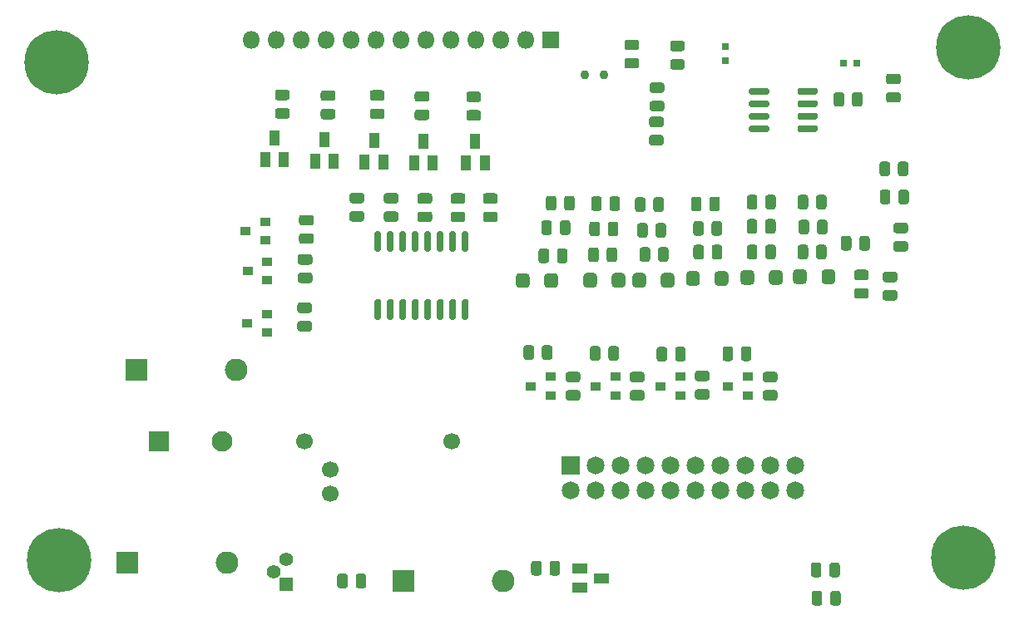
<source format=gbr>
G04 #@! TF.GenerationSoftware,KiCad,Pcbnew,(5.1.6-0-10_14)*
G04 #@! TF.CreationDate,2020-09-03T14:47:54-04:00*
G04 #@! TF.ProjectId,Pufferfish-Interface-2,50756666-6572-4666-9973-682d496e7465,rev?*
G04 #@! TF.SameCoordinates,Original*
G04 #@! TF.FileFunction,Soldermask,Top*
G04 #@! TF.FilePolarity,Negative*
%FSLAX46Y46*%
G04 Gerber Fmt 4.6, Leading zero omitted, Abs format (unit mm)*
G04 Created by KiCad (PCBNEW (5.1.6-0-10_14)) date 2020-09-03 14:47:54*
%MOMM*%
%LPD*%
G01*
G04 APERTURE LIST*
%ADD10C,6.553200*%
%ADD11O,1.800000X1.800000*%
%ADD12R,1.800000X1.800000*%
%ADD13O,2.300000X2.300000*%
%ADD14R,2.300000X2.300000*%
%ADD15R,2.100000X2.100000*%
%ADD16C,2.100000*%
%ADD17C,0.927800*%
%ADD18R,1.100000X1.500000*%
%ADD19R,1.400000X1.400000*%
%ADD20C,1.400000*%
%ADD21R,0.700000X0.800000*%
%ADD22R,0.800000X0.700000*%
%ADD23C,1.825000*%
%ADD24R,1.825000X1.825000*%
%ADD25R,1.500000X1.100000*%
%ADD26R,1.000000X0.900000*%
%ADD27C,1.700000*%
G04 APERTURE END LIST*
D10*
X75500000Y-51250000D03*
X76000000Y750000D03*
X-16500000Y-51500000D03*
X-16750000Y-750000D03*
D11*
X3020000Y1500000D03*
X5560000Y1500000D03*
X8100000Y1500000D03*
X10640000Y1500000D03*
X13180000Y1500000D03*
X15720000Y1500000D03*
X18260000Y1500000D03*
X20800000Y1500000D03*
X23340000Y1500000D03*
X25880000Y1500000D03*
X28420000Y1500000D03*
X30960000Y1500000D03*
D12*
X33500000Y1500000D03*
D13*
X645380Y-51745980D03*
D14*
X-9514620Y-51745980D03*
G36*
G01*
X36850000Y-23400000D02*
X36850000Y-22600000D01*
G75*
G02*
X37200000Y-22250000I350000J0D01*
G01*
X37900000Y-22250000D01*
G75*
G02*
X38250000Y-22600000I0J-350000D01*
G01*
X38250000Y-23400000D01*
G75*
G02*
X37900000Y-23750000I-350000J0D01*
G01*
X37200000Y-23750000D01*
G75*
G02*
X36850000Y-23400000I0J350000D01*
G01*
G37*
G36*
G01*
X39750000Y-23400000D02*
X39750000Y-22600000D01*
G75*
G02*
X40100000Y-22250000I350000J0D01*
G01*
X40800000Y-22250000D01*
G75*
G02*
X41150000Y-22600000I0J-350000D01*
G01*
X41150000Y-23400000D01*
G75*
G02*
X40800000Y-23750000I-350000J0D01*
G01*
X40100000Y-23750000D01*
G75*
G02*
X39750000Y-23400000I0J350000D01*
G01*
G37*
G36*
G01*
X39230000Y-20871250D02*
X39230000Y-19908750D01*
G75*
G02*
X39498750Y-19640000I268750J0D01*
G01*
X40036250Y-19640000D01*
G75*
G02*
X40305000Y-19908750I0J-268750D01*
G01*
X40305000Y-20871250D01*
G75*
G02*
X40036250Y-21140000I-268750J0D01*
G01*
X39498750Y-21140000D01*
G75*
G02*
X39230000Y-20871250I0J268750D01*
G01*
G37*
G36*
G01*
X37355000Y-20871250D02*
X37355000Y-19908750D01*
G75*
G02*
X37623750Y-19640000I268750J0D01*
G01*
X38161250Y-19640000D01*
G75*
G02*
X38430000Y-19908750I0J-268750D01*
G01*
X38430000Y-20871250D01*
G75*
G02*
X38161250Y-21140000I-268750J0D01*
G01*
X37623750Y-21140000D01*
G75*
G02*
X37355000Y-20871250I0J268750D01*
G01*
G37*
G36*
G01*
X38550000Y-17278750D02*
X38550000Y-18241250D01*
G75*
G02*
X38281250Y-18510000I-268750J0D01*
G01*
X37743750Y-18510000D01*
G75*
G02*
X37475000Y-18241250I0J268750D01*
G01*
X37475000Y-17278750D01*
G75*
G02*
X37743750Y-17010000I268750J0D01*
G01*
X38281250Y-17010000D01*
G75*
G02*
X38550000Y-17278750I0J-268750D01*
G01*
G37*
G36*
G01*
X40425000Y-17278750D02*
X40425000Y-18241250D01*
G75*
G02*
X40156250Y-18510000I-268750J0D01*
G01*
X39618750Y-18510000D01*
G75*
G02*
X39350000Y-18241250I0J268750D01*
G01*
X39350000Y-17278750D01*
G75*
G02*
X39618750Y-17010000I268750J0D01*
G01*
X40156250Y-17010000D01*
G75*
G02*
X40425000Y-17278750I0J-268750D01*
G01*
G37*
G36*
G01*
X39528700Y-15665370D02*
X39528700Y-14702870D01*
G75*
G02*
X39797450Y-14434120I268750J0D01*
G01*
X40334950Y-14434120D01*
G75*
G02*
X40603700Y-14702870I0J-268750D01*
G01*
X40603700Y-15665370D01*
G75*
G02*
X40334950Y-15934120I-268750J0D01*
G01*
X39797450Y-15934120D01*
G75*
G02*
X39528700Y-15665370I0J268750D01*
G01*
G37*
G36*
G01*
X37653700Y-15665370D02*
X37653700Y-14702870D01*
G75*
G02*
X37922450Y-14434120I268750J0D01*
G01*
X38459950Y-14434120D01*
G75*
G02*
X38728700Y-14702870I0J-268750D01*
G01*
X38728700Y-15665370D01*
G75*
G02*
X38459950Y-15934120I-268750J0D01*
G01*
X37922450Y-15934120D01*
G75*
G02*
X37653700Y-15665370I0J268750D01*
G01*
G37*
G36*
G01*
X16110960Y-20071780D02*
X15760960Y-20071780D01*
G75*
G02*
X15585960Y-19896780I0J175000D01*
G01*
X15585960Y-18171780D01*
G75*
G02*
X15760960Y-17996780I175000J0D01*
G01*
X16110960Y-17996780D01*
G75*
G02*
X16285960Y-18171780I0J-175000D01*
G01*
X16285960Y-19896780D01*
G75*
G02*
X16110960Y-20071780I-175000J0D01*
G01*
G37*
G36*
G01*
X17380960Y-20071780D02*
X17030960Y-20071780D01*
G75*
G02*
X16855960Y-19896780I0J175000D01*
G01*
X16855960Y-18171780D01*
G75*
G02*
X17030960Y-17996780I175000J0D01*
G01*
X17380960Y-17996780D01*
G75*
G02*
X17555960Y-18171780I0J-175000D01*
G01*
X17555960Y-19896780D01*
G75*
G02*
X17380960Y-20071780I-175000J0D01*
G01*
G37*
G36*
G01*
X18650960Y-20071780D02*
X18300960Y-20071780D01*
G75*
G02*
X18125960Y-19896780I0J175000D01*
G01*
X18125960Y-18171780D01*
G75*
G02*
X18300960Y-17996780I175000J0D01*
G01*
X18650960Y-17996780D01*
G75*
G02*
X18825960Y-18171780I0J-175000D01*
G01*
X18825960Y-19896780D01*
G75*
G02*
X18650960Y-20071780I-175000J0D01*
G01*
G37*
G36*
G01*
X19920960Y-20071780D02*
X19570960Y-20071780D01*
G75*
G02*
X19395960Y-19896780I0J175000D01*
G01*
X19395960Y-18171780D01*
G75*
G02*
X19570960Y-17996780I175000J0D01*
G01*
X19920960Y-17996780D01*
G75*
G02*
X20095960Y-18171780I0J-175000D01*
G01*
X20095960Y-19896780D01*
G75*
G02*
X19920960Y-20071780I-175000J0D01*
G01*
G37*
G36*
G01*
X21190960Y-20071780D02*
X20840960Y-20071780D01*
G75*
G02*
X20665960Y-19896780I0J175000D01*
G01*
X20665960Y-18171780D01*
G75*
G02*
X20840960Y-17996780I175000J0D01*
G01*
X21190960Y-17996780D01*
G75*
G02*
X21365960Y-18171780I0J-175000D01*
G01*
X21365960Y-19896780D01*
G75*
G02*
X21190960Y-20071780I-175000J0D01*
G01*
G37*
G36*
G01*
X22460960Y-20071780D02*
X22110960Y-20071780D01*
G75*
G02*
X21935960Y-19896780I0J175000D01*
G01*
X21935960Y-18171780D01*
G75*
G02*
X22110960Y-17996780I175000J0D01*
G01*
X22460960Y-17996780D01*
G75*
G02*
X22635960Y-18171780I0J-175000D01*
G01*
X22635960Y-19896780D01*
G75*
G02*
X22460960Y-20071780I-175000J0D01*
G01*
G37*
G36*
G01*
X23730960Y-20071780D02*
X23380960Y-20071780D01*
G75*
G02*
X23205960Y-19896780I0J175000D01*
G01*
X23205960Y-18171780D01*
G75*
G02*
X23380960Y-17996780I175000J0D01*
G01*
X23730960Y-17996780D01*
G75*
G02*
X23905960Y-18171780I0J-175000D01*
G01*
X23905960Y-19896780D01*
G75*
G02*
X23730960Y-20071780I-175000J0D01*
G01*
G37*
G36*
G01*
X25000960Y-20071780D02*
X24650960Y-20071780D01*
G75*
G02*
X24475960Y-19896780I0J175000D01*
G01*
X24475960Y-18171780D01*
G75*
G02*
X24650960Y-17996780I175000J0D01*
G01*
X25000960Y-17996780D01*
G75*
G02*
X25175960Y-18171780I0J-175000D01*
G01*
X25175960Y-19896780D01*
G75*
G02*
X25000960Y-20071780I-175000J0D01*
G01*
G37*
G36*
G01*
X25000960Y-26996780D02*
X24650960Y-26996780D01*
G75*
G02*
X24475960Y-26821780I0J175000D01*
G01*
X24475960Y-25096780D01*
G75*
G02*
X24650960Y-24921780I175000J0D01*
G01*
X25000960Y-24921780D01*
G75*
G02*
X25175960Y-25096780I0J-175000D01*
G01*
X25175960Y-26821780D01*
G75*
G02*
X25000960Y-26996780I-175000J0D01*
G01*
G37*
G36*
G01*
X23730960Y-26996780D02*
X23380960Y-26996780D01*
G75*
G02*
X23205960Y-26821780I0J175000D01*
G01*
X23205960Y-25096780D01*
G75*
G02*
X23380960Y-24921780I175000J0D01*
G01*
X23730960Y-24921780D01*
G75*
G02*
X23905960Y-25096780I0J-175000D01*
G01*
X23905960Y-26821780D01*
G75*
G02*
X23730960Y-26996780I-175000J0D01*
G01*
G37*
G36*
G01*
X22460960Y-26996780D02*
X22110960Y-26996780D01*
G75*
G02*
X21935960Y-26821780I0J175000D01*
G01*
X21935960Y-25096780D01*
G75*
G02*
X22110960Y-24921780I175000J0D01*
G01*
X22460960Y-24921780D01*
G75*
G02*
X22635960Y-25096780I0J-175000D01*
G01*
X22635960Y-26821780D01*
G75*
G02*
X22460960Y-26996780I-175000J0D01*
G01*
G37*
G36*
G01*
X21190960Y-26996780D02*
X20840960Y-26996780D01*
G75*
G02*
X20665960Y-26821780I0J175000D01*
G01*
X20665960Y-25096780D01*
G75*
G02*
X20840960Y-24921780I175000J0D01*
G01*
X21190960Y-24921780D01*
G75*
G02*
X21365960Y-25096780I0J-175000D01*
G01*
X21365960Y-26821780D01*
G75*
G02*
X21190960Y-26996780I-175000J0D01*
G01*
G37*
G36*
G01*
X19920960Y-26996780D02*
X19570960Y-26996780D01*
G75*
G02*
X19395960Y-26821780I0J175000D01*
G01*
X19395960Y-25096780D01*
G75*
G02*
X19570960Y-24921780I175000J0D01*
G01*
X19920960Y-24921780D01*
G75*
G02*
X20095960Y-25096780I0J-175000D01*
G01*
X20095960Y-26821780D01*
G75*
G02*
X19920960Y-26996780I-175000J0D01*
G01*
G37*
G36*
G01*
X18650960Y-26996780D02*
X18300960Y-26996780D01*
G75*
G02*
X18125960Y-26821780I0J175000D01*
G01*
X18125960Y-25096780D01*
G75*
G02*
X18300960Y-24921780I175000J0D01*
G01*
X18650960Y-24921780D01*
G75*
G02*
X18825960Y-25096780I0J-175000D01*
G01*
X18825960Y-26821780D01*
G75*
G02*
X18650960Y-26996780I-175000J0D01*
G01*
G37*
G36*
G01*
X17380960Y-26996780D02*
X17030960Y-26996780D01*
G75*
G02*
X16855960Y-26821780I0J175000D01*
G01*
X16855960Y-25096780D01*
G75*
G02*
X17030960Y-24921780I175000J0D01*
G01*
X17380960Y-24921780D01*
G75*
G02*
X17555960Y-25096780I0J-175000D01*
G01*
X17555960Y-26821780D01*
G75*
G02*
X17380960Y-26996780I-175000J0D01*
G01*
G37*
G36*
G01*
X16110960Y-26996780D02*
X15760960Y-26996780D01*
G75*
G02*
X15585960Y-26821780I0J175000D01*
G01*
X15585960Y-25096780D01*
G75*
G02*
X15760960Y-24921780I175000J0D01*
G01*
X16110960Y-24921780D01*
G75*
G02*
X16285960Y-25096780I0J-175000D01*
G01*
X16285960Y-26821780D01*
G75*
G02*
X16110960Y-26996780I-175000J0D01*
G01*
G37*
G36*
G01*
X33660000Y-17148750D02*
X33660000Y-18111250D01*
G75*
G02*
X33391250Y-18380000I-268750J0D01*
G01*
X32853750Y-18380000D01*
G75*
G02*
X32585000Y-18111250I0J268750D01*
G01*
X32585000Y-17148750D01*
G75*
G02*
X32853750Y-16880000I268750J0D01*
G01*
X33391250Y-16880000D01*
G75*
G02*
X33660000Y-17148750I0J-268750D01*
G01*
G37*
G36*
G01*
X35535000Y-17148750D02*
X35535000Y-18111250D01*
G75*
G02*
X35266250Y-18380000I-268750J0D01*
G01*
X34728750Y-18380000D01*
G75*
G02*
X34460000Y-18111250I0J268750D01*
G01*
X34460000Y-17148750D01*
G75*
G02*
X34728750Y-16880000I268750J0D01*
G01*
X35266250Y-16880000D01*
G75*
G02*
X35535000Y-17148750I0J-268750D01*
G01*
G37*
G36*
G01*
X34907500Y-15621250D02*
X34907500Y-14658750D01*
G75*
G02*
X35176250Y-14390000I268750J0D01*
G01*
X35713750Y-14390000D01*
G75*
G02*
X35982500Y-14658750I0J-268750D01*
G01*
X35982500Y-15621250D01*
G75*
G02*
X35713750Y-15890000I-268750J0D01*
G01*
X35176250Y-15890000D01*
G75*
G02*
X34907500Y-15621250I0J268750D01*
G01*
G37*
G36*
G01*
X33032500Y-15621250D02*
X33032500Y-14658750D01*
G75*
G02*
X33301250Y-14390000I268750J0D01*
G01*
X33838750Y-14390000D01*
G75*
G02*
X34107500Y-14658750I0J-268750D01*
G01*
X34107500Y-15621250D01*
G75*
G02*
X33838750Y-15890000I-268750J0D01*
G01*
X33301250Y-15890000D01*
G75*
G02*
X33032500Y-15621250I0J268750D01*
G01*
G37*
G36*
G01*
X67598750Y-23990000D02*
X68561250Y-23990000D01*
G75*
G02*
X68830000Y-24258750I0J-268750D01*
G01*
X68830000Y-24796250D01*
G75*
G02*
X68561250Y-25065000I-268750J0D01*
G01*
X67598750Y-25065000D01*
G75*
G02*
X67330000Y-24796250I0J268750D01*
G01*
X67330000Y-24258750D01*
G75*
G02*
X67598750Y-23990000I268750J0D01*
G01*
G37*
G36*
G01*
X67598750Y-22115000D02*
X68561250Y-22115000D01*
G75*
G02*
X68830000Y-22383750I0J-268750D01*
G01*
X68830000Y-22921250D01*
G75*
G02*
X68561250Y-23190000I-268750J0D01*
G01*
X67598750Y-23190000D01*
G75*
G02*
X67330000Y-22921250I0J268750D01*
G01*
X67330000Y-22383750D01*
G75*
G02*
X67598750Y-22115000I268750J0D01*
G01*
G37*
G36*
G01*
X5749370Y-5454360D02*
X6711870Y-5454360D01*
G75*
G02*
X6980620Y-5723110I0J-268750D01*
G01*
X6980620Y-6260610D01*
G75*
G02*
X6711870Y-6529360I-268750J0D01*
G01*
X5749370Y-6529360D01*
G75*
G02*
X5480620Y-6260610I0J268750D01*
G01*
X5480620Y-5723110D01*
G75*
G02*
X5749370Y-5454360I268750J0D01*
G01*
G37*
G36*
G01*
X5749370Y-3579360D02*
X6711870Y-3579360D01*
G75*
G02*
X6980620Y-3848110I0J-268750D01*
G01*
X6980620Y-4385610D01*
G75*
G02*
X6711870Y-4654360I-268750J0D01*
G01*
X5749370Y-4654360D01*
G75*
G02*
X5480620Y-4385610I0J268750D01*
G01*
X5480620Y-3848110D01*
G75*
G02*
X5749370Y-3579360I268750J0D01*
G01*
G37*
G36*
G01*
X29990000Y-23420000D02*
X29990000Y-22620000D01*
G75*
G02*
X30340000Y-22270000I350000J0D01*
G01*
X31040000Y-22270000D01*
G75*
G02*
X31390000Y-22620000I0J-350000D01*
G01*
X31390000Y-23420000D01*
G75*
G02*
X31040000Y-23770000I-350000J0D01*
G01*
X30340000Y-23770000D01*
G75*
G02*
X29990000Y-23420000I0J350000D01*
G01*
G37*
G36*
G01*
X32890000Y-23420000D02*
X32890000Y-22620000D01*
G75*
G02*
X33240000Y-22270000I350000J0D01*
G01*
X33940000Y-22270000D01*
G75*
G02*
X34290000Y-22620000I0J-350000D01*
G01*
X34290000Y-23420000D01*
G75*
G02*
X33940000Y-23770000I-350000J0D01*
G01*
X33240000Y-23770000D01*
G75*
G02*
X32890000Y-23420000I0J350000D01*
G01*
G37*
G36*
G01*
X34185480Y-20982750D02*
X34185480Y-20020250D01*
G75*
G02*
X34454230Y-19751500I268750J0D01*
G01*
X34991730Y-19751500D01*
G75*
G02*
X35260480Y-20020250I0J-268750D01*
G01*
X35260480Y-20982750D01*
G75*
G02*
X34991730Y-21251500I-268750J0D01*
G01*
X34454230Y-21251500D01*
G75*
G02*
X34185480Y-20982750I0J268750D01*
G01*
G37*
G36*
G01*
X32310480Y-20982750D02*
X32310480Y-20020250D01*
G75*
G02*
X32579230Y-19751500I268750J0D01*
G01*
X33116730Y-19751500D01*
G75*
G02*
X33385480Y-20020250I0J-268750D01*
G01*
X33385480Y-20982750D01*
G75*
G02*
X33116730Y-21251500I-268750J0D01*
G01*
X32579230Y-21251500D01*
G75*
G02*
X32310480Y-20982750I0J268750D01*
G01*
G37*
D15*
X-6370000Y-39370000D03*
D16*
X130000Y-39370000D03*
D17*
X37050000Y-2100000D03*
X38950000Y-2100000D03*
G36*
G01*
X58670000Y-3910000D02*
X58670000Y-3560000D01*
G75*
G02*
X58845000Y-3385000I175000J0D01*
G01*
X60545000Y-3385000D01*
G75*
G02*
X60720000Y-3560000I0J-175000D01*
G01*
X60720000Y-3910000D01*
G75*
G02*
X60545000Y-4085000I-175000J0D01*
G01*
X58845000Y-4085000D01*
G75*
G02*
X58670000Y-3910000I0J175000D01*
G01*
G37*
G36*
G01*
X58670000Y-5180000D02*
X58670000Y-4830000D01*
G75*
G02*
X58845000Y-4655000I175000J0D01*
G01*
X60545000Y-4655000D01*
G75*
G02*
X60720000Y-4830000I0J-175000D01*
G01*
X60720000Y-5180000D01*
G75*
G02*
X60545000Y-5355000I-175000J0D01*
G01*
X58845000Y-5355000D01*
G75*
G02*
X58670000Y-5180000I0J175000D01*
G01*
G37*
G36*
G01*
X58670000Y-6450000D02*
X58670000Y-6100000D01*
G75*
G02*
X58845000Y-5925000I175000J0D01*
G01*
X60545000Y-5925000D01*
G75*
G02*
X60720000Y-6100000I0J-175000D01*
G01*
X60720000Y-6450000D01*
G75*
G02*
X60545000Y-6625000I-175000J0D01*
G01*
X58845000Y-6625000D01*
G75*
G02*
X58670000Y-6450000I0J175000D01*
G01*
G37*
G36*
G01*
X58670000Y-7720000D02*
X58670000Y-7370000D01*
G75*
G02*
X58845000Y-7195000I175000J0D01*
G01*
X60545000Y-7195000D01*
G75*
G02*
X60720000Y-7370000I0J-175000D01*
G01*
X60720000Y-7720000D01*
G75*
G02*
X60545000Y-7895000I-175000J0D01*
G01*
X58845000Y-7895000D01*
G75*
G02*
X58670000Y-7720000I0J175000D01*
G01*
G37*
G36*
G01*
X53720000Y-7720000D02*
X53720000Y-7370000D01*
G75*
G02*
X53895000Y-7195000I175000J0D01*
G01*
X55595000Y-7195000D01*
G75*
G02*
X55770000Y-7370000I0J-175000D01*
G01*
X55770000Y-7720000D01*
G75*
G02*
X55595000Y-7895000I-175000J0D01*
G01*
X53895000Y-7895000D01*
G75*
G02*
X53720000Y-7720000I0J175000D01*
G01*
G37*
G36*
G01*
X53720000Y-6450000D02*
X53720000Y-6100000D01*
G75*
G02*
X53895000Y-5925000I175000J0D01*
G01*
X55595000Y-5925000D01*
G75*
G02*
X55770000Y-6100000I0J-175000D01*
G01*
X55770000Y-6450000D01*
G75*
G02*
X55595000Y-6625000I-175000J0D01*
G01*
X53895000Y-6625000D01*
G75*
G02*
X53720000Y-6450000I0J175000D01*
G01*
G37*
G36*
G01*
X53720000Y-5180000D02*
X53720000Y-4830000D01*
G75*
G02*
X53895000Y-4655000I175000J0D01*
G01*
X55595000Y-4655000D01*
G75*
G02*
X55770000Y-4830000I0J-175000D01*
G01*
X55770000Y-5180000D01*
G75*
G02*
X55595000Y-5355000I-175000J0D01*
G01*
X53895000Y-5355000D01*
G75*
G02*
X53720000Y-5180000I0J175000D01*
G01*
G37*
G36*
G01*
X53720000Y-3910000D02*
X53720000Y-3560000D01*
G75*
G02*
X53895000Y-3385000I175000J0D01*
G01*
X55595000Y-3385000D01*
G75*
G02*
X55770000Y-3560000I0J-175000D01*
G01*
X55770000Y-3910000D01*
G75*
G02*
X55595000Y-4085000I-175000J0D01*
G01*
X53895000Y-4085000D01*
G75*
G02*
X53720000Y-3910000I0J175000D01*
G01*
G37*
G36*
G01*
X13692500Y-54111250D02*
X13692500Y-53148750D01*
G75*
G02*
X13961250Y-52880000I268750J0D01*
G01*
X14498750Y-52880000D01*
G75*
G02*
X14767500Y-53148750I0J-268750D01*
G01*
X14767500Y-54111250D01*
G75*
G02*
X14498750Y-54380000I-268750J0D01*
G01*
X13961250Y-54380000D01*
G75*
G02*
X13692500Y-54111250I0J268750D01*
G01*
G37*
G36*
G01*
X11817500Y-54111250D02*
X11817500Y-53148750D01*
G75*
G02*
X12086250Y-52880000I268750J0D01*
G01*
X12623750Y-52880000D01*
G75*
G02*
X12892500Y-53148750I0J-268750D01*
G01*
X12892500Y-54111250D01*
G75*
G02*
X12623750Y-54380000I-268750J0D01*
G01*
X12086250Y-54380000D01*
G75*
G02*
X11817500Y-54111250I0J268750D01*
G01*
G37*
G36*
G01*
X8190310Y-18210720D02*
X9152810Y-18210720D01*
G75*
G02*
X9421560Y-18479470I0J-268750D01*
G01*
X9421560Y-19016970D01*
G75*
G02*
X9152810Y-19285720I-268750J0D01*
G01*
X8190310Y-19285720D01*
G75*
G02*
X7921560Y-19016970I0J268750D01*
G01*
X7921560Y-18479470D01*
G75*
G02*
X8190310Y-18210720I268750J0D01*
G01*
G37*
G36*
G01*
X8190310Y-16335720D02*
X9152810Y-16335720D01*
G75*
G02*
X9421560Y-16604470I0J-268750D01*
G01*
X9421560Y-17141970D01*
G75*
G02*
X9152810Y-17410720I-268750J0D01*
G01*
X8190310Y-17410720D01*
G75*
G02*
X7921560Y-17141970I0J268750D01*
G01*
X7921560Y-16604470D01*
G75*
G02*
X8190310Y-16335720I268750J0D01*
G01*
G37*
G36*
G01*
X16813610Y-15970200D02*
X17776110Y-15970200D01*
G75*
G02*
X18044860Y-16238950I0J-268750D01*
G01*
X18044860Y-16776450D01*
G75*
G02*
X17776110Y-17045200I-268750J0D01*
G01*
X16813610Y-17045200D01*
G75*
G02*
X16544860Y-16776450I0J268750D01*
G01*
X16544860Y-16238950D01*
G75*
G02*
X16813610Y-15970200I268750J0D01*
G01*
G37*
G36*
G01*
X16813610Y-14095200D02*
X17776110Y-14095200D01*
G75*
G02*
X18044860Y-14363950I0J-268750D01*
G01*
X18044860Y-14901450D01*
G75*
G02*
X17776110Y-15170200I-268750J0D01*
G01*
X16813610Y-15170200D01*
G75*
G02*
X16544860Y-14901450I0J268750D01*
G01*
X16544860Y-14363950D01*
G75*
G02*
X16813610Y-14095200I268750J0D01*
G01*
G37*
G36*
G01*
X8058230Y-22208440D02*
X9020730Y-22208440D01*
G75*
G02*
X9289480Y-22477190I0J-268750D01*
G01*
X9289480Y-23014690D01*
G75*
G02*
X9020730Y-23283440I-268750J0D01*
G01*
X8058230Y-23283440D01*
G75*
G02*
X7789480Y-23014690I0J268750D01*
G01*
X7789480Y-22477190D01*
G75*
G02*
X8058230Y-22208440I268750J0D01*
G01*
G37*
G36*
G01*
X8058230Y-20333440D02*
X9020730Y-20333440D01*
G75*
G02*
X9289480Y-20602190I0J-268750D01*
G01*
X9289480Y-21139690D01*
G75*
G02*
X9020730Y-21408440I-268750J0D01*
G01*
X8058230Y-21408440D01*
G75*
G02*
X7789480Y-21139690I0J268750D01*
G01*
X7789480Y-20602190D01*
G75*
G02*
X8058230Y-20333440I268750J0D01*
G01*
G37*
G36*
G01*
X23623350Y-15995600D02*
X24585850Y-15995600D01*
G75*
G02*
X24854600Y-16264350I0J-268750D01*
G01*
X24854600Y-16801850D01*
G75*
G02*
X24585850Y-17070600I-268750J0D01*
G01*
X23623350Y-17070600D01*
G75*
G02*
X23354600Y-16801850I0J268750D01*
G01*
X23354600Y-16264350D01*
G75*
G02*
X23623350Y-15995600I268750J0D01*
G01*
G37*
G36*
G01*
X23623350Y-14120600D02*
X24585850Y-14120600D01*
G75*
G02*
X24854600Y-14389350I0J-268750D01*
G01*
X24854600Y-14926850D01*
G75*
G02*
X24585850Y-15195600I-268750J0D01*
G01*
X23623350Y-15195600D01*
G75*
G02*
X23354600Y-14926850I0J268750D01*
G01*
X23354600Y-14389350D01*
G75*
G02*
X23623350Y-14120600I268750J0D01*
G01*
G37*
G36*
G01*
X61977500Y-55861250D02*
X61977500Y-54898750D01*
G75*
G02*
X62246250Y-54630000I268750J0D01*
G01*
X62783750Y-54630000D01*
G75*
G02*
X63052500Y-54898750I0J-268750D01*
G01*
X63052500Y-55861250D01*
G75*
G02*
X62783750Y-56130000I-268750J0D01*
G01*
X62246250Y-56130000D01*
G75*
G02*
X61977500Y-55861250I0J268750D01*
G01*
G37*
G36*
G01*
X60102500Y-55861250D02*
X60102500Y-54898750D01*
G75*
G02*
X60371250Y-54630000I268750J0D01*
G01*
X60908750Y-54630000D01*
G75*
G02*
X61177500Y-54898750I0J-268750D01*
G01*
X61177500Y-55861250D01*
G75*
G02*
X60908750Y-56130000I-268750J0D01*
G01*
X60371250Y-56130000D01*
G75*
G02*
X60102500Y-55861250I0J268750D01*
G01*
G37*
G36*
G01*
X61097500Y-52018750D02*
X61097500Y-52981250D01*
G75*
G02*
X60828750Y-53250000I-268750J0D01*
G01*
X60291250Y-53250000D01*
G75*
G02*
X60022500Y-52981250I0J268750D01*
G01*
X60022500Y-52018750D01*
G75*
G02*
X60291250Y-51750000I268750J0D01*
G01*
X60828750Y-51750000D01*
G75*
G02*
X61097500Y-52018750I0J-268750D01*
G01*
G37*
G36*
G01*
X62972500Y-52018750D02*
X62972500Y-52981250D01*
G75*
G02*
X62703750Y-53250000I-268750J0D01*
G01*
X62166250Y-53250000D01*
G75*
G02*
X61897500Y-52981250I0J268750D01*
G01*
X61897500Y-52018750D01*
G75*
G02*
X62166250Y-51750000I268750J0D01*
G01*
X62703750Y-51750000D01*
G75*
G02*
X62972500Y-52018750I0J-268750D01*
G01*
G37*
G36*
G01*
X68678750Y-19000000D02*
X69641250Y-19000000D01*
G75*
G02*
X69910000Y-19268750I0J-268750D01*
G01*
X69910000Y-19806250D01*
G75*
G02*
X69641250Y-20075000I-268750J0D01*
G01*
X68678750Y-20075000D01*
G75*
G02*
X68410000Y-19806250I0J268750D01*
G01*
X68410000Y-19268750D01*
G75*
G02*
X68678750Y-19000000I268750J0D01*
G01*
G37*
G36*
G01*
X68678750Y-17125000D02*
X69641250Y-17125000D01*
G75*
G02*
X69910000Y-17393750I0J-268750D01*
G01*
X69910000Y-17931250D01*
G75*
G02*
X69641250Y-18200000I-268750J0D01*
G01*
X68678750Y-18200000D01*
G75*
G02*
X68410000Y-17931250I0J268750D01*
G01*
X68410000Y-17393750D01*
G75*
G02*
X68678750Y-17125000I268750J0D01*
G01*
G37*
G36*
G01*
X68882500Y-12121250D02*
X68882500Y-11158750D01*
G75*
G02*
X69151250Y-10890000I268750J0D01*
G01*
X69688750Y-10890000D01*
G75*
G02*
X69957500Y-11158750I0J-268750D01*
G01*
X69957500Y-12121250D01*
G75*
G02*
X69688750Y-12390000I-268750J0D01*
G01*
X69151250Y-12390000D01*
G75*
G02*
X68882500Y-12121250I0J268750D01*
G01*
G37*
G36*
G01*
X67007500Y-12121250D02*
X67007500Y-11158750D01*
G75*
G02*
X67276250Y-10890000I268750J0D01*
G01*
X67813750Y-10890000D01*
G75*
G02*
X68082500Y-11158750I0J-268750D01*
G01*
X68082500Y-12121250D01*
G75*
G02*
X67813750Y-12390000I-268750J0D01*
G01*
X67276250Y-12390000D01*
G75*
G02*
X67007500Y-12121250I0J268750D01*
G01*
G37*
G36*
G01*
X64150000Y-18738750D02*
X64150000Y-19701250D01*
G75*
G02*
X63881250Y-19970000I-268750J0D01*
G01*
X63343750Y-19970000D01*
G75*
G02*
X63075000Y-19701250I0J268750D01*
G01*
X63075000Y-18738750D01*
G75*
G02*
X63343750Y-18470000I268750J0D01*
G01*
X63881250Y-18470000D01*
G75*
G02*
X64150000Y-18738750I0J-268750D01*
G01*
G37*
G36*
G01*
X66025000Y-18738750D02*
X66025000Y-19701250D01*
G75*
G02*
X65756250Y-19970000I-268750J0D01*
G01*
X65218750Y-19970000D01*
G75*
G02*
X64950000Y-19701250I0J268750D01*
G01*
X64950000Y-18738750D01*
G75*
G02*
X65218750Y-18470000I268750J0D01*
G01*
X65756250Y-18470000D01*
G75*
G02*
X66025000Y-18738750I0J-268750D01*
G01*
G37*
G36*
G01*
X65641250Y-22990000D02*
X64678750Y-22990000D01*
G75*
G02*
X64410000Y-22721250I0J268750D01*
G01*
X64410000Y-22183750D01*
G75*
G02*
X64678750Y-21915000I268750J0D01*
G01*
X65641250Y-21915000D01*
G75*
G02*
X65910000Y-22183750I0J-268750D01*
G01*
X65910000Y-22721250D01*
G75*
G02*
X65641250Y-22990000I-268750J0D01*
G01*
G37*
G36*
G01*
X65641250Y-24865000D02*
X64678750Y-24865000D01*
G75*
G02*
X64410000Y-24596250I0J268750D01*
G01*
X64410000Y-24058750D01*
G75*
G02*
X64678750Y-23790000I268750J0D01*
G01*
X65641250Y-23790000D01*
G75*
G02*
X65910000Y-24058750I0J-268750D01*
G01*
X65910000Y-24596250D01*
G75*
G02*
X65641250Y-24865000I-268750J0D01*
G01*
G37*
G36*
G01*
X46921250Y340000D02*
X45958750Y340000D01*
G75*
G02*
X45690000Y608750I0J268750D01*
G01*
X45690000Y1146250D01*
G75*
G02*
X45958750Y1415000I268750J0D01*
G01*
X46921250Y1415000D01*
G75*
G02*
X47190000Y1146250I0J-268750D01*
G01*
X47190000Y608750D01*
G75*
G02*
X46921250Y340000I-268750J0D01*
G01*
G37*
G36*
G01*
X46921250Y-1535000D02*
X45958750Y-1535000D01*
G75*
G02*
X45690000Y-1266250I0J268750D01*
G01*
X45690000Y-728750D01*
G75*
G02*
X45958750Y-460000I268750J0D01*
G01*
X46921250Y-460000D01*
G75*
G02*
X47190000Y-728750I0J-268750D01*
G01*
X47190000Y-1266250D01*
G75*
G02*
X46921250Y-1535000I-268750J0D01*
G01*
G37*
G36*
G01*
X44832430Y-3910000D02*
X43869930Y-3910000D01*
G75*
G02*
X43601180Y-3641250I0J268750D01*
G01*
X43601180Y-3103750D01*
G75*
G02*
X43869930Y-2835000I268750J0D01*
G01*
X44832430Y-2835000D01*
G75*
G02*
X45101180Y-3103750I0J-268750D01*
G01*
X45101180Y-3641250D01*
G75*
G02*
X44832430Y-3910000I-268750J0D01*
G01*
G37*
G36*
G01*
X44832430Y-5785000D02*
X43869930Y-5785000D01*
G75*
G02*
X43601180Y-5516250I0J268750D01*
G01*
X43601180Y-4978750D01*
G75*
G02*
X43869930Y-4710000I268750J0D01*
G01*
X44832430Y-4710000D01*
G75*
G02*
X45101180Y-4978750I0J-268750D01*
G01*
X45101180Y-5516250D01*
G75*
G02*
X44832430Y-5785000I-268750J0D01*
G01*
G37*
G36*
G01*
X64210000Y-5051250D02*
X64210000Y-4088750D01*
G75*
G02*
X64478750Y-3820000I268750J0D01*
G01*
X65016250Y-3820000D01*
G75*
G02*
X65285000Y-4088750I0J-268750D01*
G01*
X65285000Y-5051250D01*
G75*
G02*
X65016250Y-5320000I-268750J0D01*
G01*
X64478750Y-5320000D01*
G75*
G02*
X64210000Y-5051250I0J268750D01*
G01*
G37*
G36*
G01*
X62335000Y-5051250D02*
X62335000Y-4088750D01*
G75*
G02*
X62603750Y-3820000I268750J0D01*
G01*
X63141250Y-3820000D01*
G75*
G02*
X63410000Y-4088750I0J-268750D01*
G01*
X63410000Y-5051250D01*
G75*
G02*
X63141250Y-5320000I-268750J0D01*
G01*
X62603750Y-5320000D01*
G75*
G02*
X62335000Y-5051250I0J268750D01*
G01*
G37*
G36*
G01*
X13323650Y-15942260D02*
X14286150Y-15942260D01*
G75*
G02*
X14554900Y-16211010I0J-268750D01*
G01*
X14554900Y-16748510D01*
G75*
G02*
X14286150Y-17017260I-268750J0D01*
G01*
X13323650Y-17017260D01*
G75*
G02*
X13054900Y-16748510I0J268750D01*
G01*
X13054900Y-16211010D01*
G75*
G02*
X13323650Y-15942260I268750J0D01*
G01*
G37*
G36*
G01*
X13323650Y-14067260D02*
X14286150Y-14067260D01*
G75*
G02*
X14554900Y-14336010I0J-268750D01*
G01*
X14554900Y-14873510D01*
G75*
G02*
X14286150Y-15142260I-268750J0D01*
G01*
X13323650Y-15142260D01*
G75*
G02*
X13054900Y-14873510I0J268750D01*
G01*
X13054900Y-14336010D01*
G75*
G02*
X13323650Y-14067260I268750J0D01*
G01*
G37*
G36*
G01*
X8020130Y-27133260D02*
X8982630Y-27133260D01*
G75*
G02*
X9251380Y-27402010I0J-268750D01*
G01*
X9251380Y-27939510D01*
G75*
G02*
X8982630Y-28208260I-268750J0D01*
G01*
X8020130Y-28208260D01*
G75*
G02*
X7751380Y-27939510I0J268750D01*
G01*
X7751380Y-27402010D01*
G75*
G02*
X8020130Y-27133260I268750J0D01*
G01*
G37*
G36*
G01*
X8020130Y-25258260D02*
X8982630Y-25258260D01*
G75*
G02*
X9251380Y-25527010I0J-268750D01*
G01*
X9251380Y-26064510D01*
G75*
G02*
X8982630Y-26333260I-268750J0D01*
G01*
X8020130Y-26333260D01*
G75*
G02*
X7751380Y-26064510I0J268750D01*
G01*
X7751380Y-25527010D01*
G75*
G02*
X8020130Y-25258260I268750J0D01*
G01*
G37*
G36*
G01*
X20245150Y-15995600D02*
X21207650Y-15995600D01*
G75*
G02*
X21476400Y-16264350I0J-268750D01*
G01*
X21476400Y-16801850D01*
G75*
G02*
X21207650Y-17070600I-268750J0D01*
G01*
X20245150Y-17070600D01*
G75*
G02*
X19976400Y-16801850I0J268750D01*
G01*
X19976400Y-16264350D01*
G75*
G02*
X20245150Y-15995600I268750J0D01*
G01*
G37*
G36*
G01*
X20245150Y-14120600D02*
X21207650Y-14120600D01*
G75*
G02*
X21476400Y-14389350I0J-268750D01*
G01*
X21476400Y-14926850D01*
G75*
G02*
X21207650Y-15195600I-268750J0D01*
G01*
X20245150Y-15195600D01*
G75*
G02*
X19976400Y-14926850I0J268750D01*
G01*
X19976400Y-14389350D01*
G75*
G02*
X20245150Y-14120600I268750J0D01*
G01*
G37*
G36*
G01*
X26917730Y-15995600D02*
X27880230Y-15995600D01*
G75*
G02*
X28148980Y-16264350I0J-268750D01*
G01*
X28148980Y-16801850D01*
G75*
G02*
X27880230Y-17070600I-268750J0D01*
G01*
X26917730Y-17070600D01*
G75*
G02*
X26648980Y-16801850I0J268750D01*
G01*
X26648980Y-16264350D01*
G75*
G02*
X26917730Y-15995600I268750J0D01*
G01*
G37*
G36*
G01*
X26917730Y-14120600D02*
X27880230Y-14120600D01*
G75*
G02*
X28148980Y-14389350I0J-268750D01*
G01*
X28148980Y-14926850D01*
G75*
G02*
X27880230Y-15195600I-268750J0D01*
G01*
X26917730Y-15195600D01*
G75*
G02*
X26648980Y-14926850I0J268750D01*
G01*
X26648980Y-14389350D01*
G75*
G02*
X26917730Y-14120600I268750J0D01*
G01*
G37*
D18*
X5420360Y-8524060D03*
X6370360Y-10724060D03*
X4470360Y-10724060D03*
X10492740Y-8694240D03*
X11442740Y-10894240D03*
X9542740Y-10894240D03*
X20594320Y-8808540D03*
X21544320Y-11008540D03*
X19644320Y-11008540D03*
X15562580Y-8734880D03*
X16512580Y-10934880D03*
X14612580Y-10934880D03*
X25859740Y-8831400D03*
X26809740Y-11031400D03*
X24909740Y-11031400D03*
D19*
X6630000Y-53920000D03*
D20*
X6630000Y-51380000D03*
X5360000Y-52650000D03*
D21*
X64720000Y-860000D03*
X63320000Y-860000D03*
D22*
X51350000Y810000D03*
X51350000Y-590000D03*
D23*
X58453500Y-44409840D03*
X58453500Y-41869840D03*
X55913500Y-44409840D03*
X55913500Y-41869840D03*
X48293500Y-41869840D03*
X48293500Y-44409840D03*
X50833500Y-41869840D03*
X50833500Y-44409840D03*
X53373500Y-41869840D03*
X53373500Y-44409840D03*
X40673500Y-41869840D03*
X35593500Y-44409840D03*
X38133500Y-41869840D03*
X40673500Y-44409840D03*
D24*
X35593500Y-41869840D03*
D23*
X43213500Y-41869840D03*
X43213500Y-44409840D03*
X45753500Y-41869840D03*
X45753500Y-44409840D03*
X38133500Y-44409840D03*
G36*
G01*
X67938750Y-3820000D02*
X68901250Y-3820000D01*
G75*
G02*
X69170000Y-4088750I0J-268750D01*
G01*
X69170000Y-4626250D01*
G75*
G02*
X68901250Y-4895000I-268750J0D01*
G01*
X67938750Y-4895000D01*
G75*
G02*
X67670000Y-4626250I0J268750D01*
G01*
X67670000Y-4088750D01*
G75*
G02*
X67938750Y-3820000I268750J0D01*
G01*
G37*
G36*
G01*
X67938750Y-1945000D02*
X68901250Y-1945000D01*
G75*
G02*
X69170000Y-2213750I0J-268750D01*
G01*
X69170000Y-2751250D01*
G75*
G02*
X68901250Y-3020000I-268750J0D01*
G01*
X67938750Y-3020000D01*
G75*
G02*
X67670000Y-2751250I0J268750D01*
G01*
X67670000Y-2213750D01*
G75*
G02*
X67938750Y-1945000I268750J0D01*
G01*
G37*
G36*
G01*
X68122500Y-14018750D02*
X68122500Y-14981250D01*
G75*
G02*
X67853750Y-15250000I-268750J0D01*
G01*
X67316250Y-15250000D01*
G75*
G02*
X67047500Y-14981250I0J268750D01*
G01*
X67047500Y-14018750D01*
G75*
G02*
X67316250Y-13750000I268750J0D01*
G01*
X67853750Y-13750000D01*
G75*
G02*
X68122500Y-14018750I0J-268750D01*
G01*
G37*
G36*
G01*
X69997500Y-14018750D02*
X69997500Y-14981250D01*
G75*
G02*
X69728750Y-15250000I-268750J0D01*
G01*
X69191250Y-15250000D01*
G75*
G02*
X68922500Y-14981250I0J268750D01*
G01*
X68922500Y-14018750D01*
G75*
G02*
X69191250Y-13750000I268750J0D01*
G01*
X69728750Y-13750000D01*
G75*
G02*
X69997500Y-14018750I0J-268750D01*
G01*
G37*
G36*
G01*
X42271250Y450000D02*
X41308750Y450000D01*
G75*
G02*
X41040000Y718750I0J268750D01*
G01*
X41040000Y1256250D01*
G75*
G02*
X41308750Y1525000I268750J0D01*
G01*
X42271250Y1525000D01*
G75*
G02*
X42540000Y1256250I0J-268750D01*
G01*
X42540000Y718750D01*
G75*
G02*
X42271250Y450000I-268750J0D01*
G01*
G37*
G36*
G01*
X42271250Y-1425000D02*
X41308750Y-1425000D01*
G75*
G02*
X41040000Y-1156250I0J268750D01*
G01*
X41040000Y-618750D01*
G75*
G02*
X41308750Y-350000I268750J0D01*
G01*
X42271250Y-350000D01*
G75*
G02*
X42540000Y-618750I0J-268750D01*
G01*
X42540000Y-1156250D01*
G75*
G02*
X42271250Y-1425000I-268750J0D01*
G01*
G37*
G36*
G01*
X43816590Y-8189800D02*
X44779090Y-8189800D01*
G75*
G02*
X45047840Y-8458550I0J-268750D01*
G01*
X45047840Y-8996050D01*
G75*
G02*
X44779090Y-9264800I-268750J0D01*
G01*
X43816590Y-9264800D01*
G75*
G02*
X43547840Y-8996050I0J268750D01*
G01*
X43547840Y-8458550D01*
G75*
G02*
X43816590Y-8189800I268750J0D01*
G01*
G37*
G36*
G01*
X43816590Y-6314800D02*
X44779090Y-6314800D01*
G75*
G02*
X45047840Y-6583550I0J-268750D01*
G01*
X45047840Y-7121050D01*
G75*
G02*
X44779090Y-7389800I-268750J0D01*
G01*
X43816590Y-7389800D01*
G75*
G02*
X43547840Y-7121050I0J268750D01*
G01*
X43547840Y-6583550D01*
G75*
G02*
X43816590Y-6314800I268750J0D01*
G01*
G37*
D25*
X38692000Y-53340000D03*
X36492000Y-54290000D03*
X36492000Y-52390000D03*
G36*
G01*
X43410000Y-17428750D02*
X43410000Y-18391250D01*
G75*
G02*
X43141250Y-18660000I-268750J0D01*
G01*
X42603750Y-18660000D01*
G75*
G02*
X42335000Y-18391250I0J268750D01*
G01*
X42335000Y-17428750D01*
G75*
G02*
X42603750Y-17160000I268750J0D01*
G01*
X43141250Y-17160000D01*
G75*
G02*
X43410000Y-17428750I0J-268750D01*
G01*
G37*
G36*
G01*
X45285000Y-17428750D02*
X45285000Y-18391250D01*
G75*
G02*
X45016250Y-18660000I-268750J0D01*
G01*
X44478750Y-18660000D01*
G75*
G02*
X44210000Y-18391250I0J268750D01*
G01*
X44210000Y-17428750D01*
G75*
G02*
X44478750Y-17160000I268750J0D01*
G01*
X45016250Y-17160000D01*
G75*
G02*
X45285000Y-17428750I0J-268750D01*
G01*
G37*
G36*
G01*
X49120000Y-17228750D02*
X49120000Y-18191250D01*
G75*
G02*
X48851250Y-18460000I-268750J0D01*
G01*
X48313750Y-18460000D01*
G75*
G02*
X48045000Y-18191250I0J268750D01*
G01*
X48045000Y-17228750D01*
G75*
G02*
X48313750Y-16960000I268750J0D01*
G01*
X48851250Y-16960000D01*
G75*
G02*
X49120000Y-17228750I0J-268750D01*
G01*
G37*
G36*
G01*
X50995000Y-17228750D02*
X50995000Y-18191250D01*
G75*
G02*
X50726250Y-18460000I-268750J0D01*
G01*
X50188750Y-18460000D01*
G75*
G02*
X49920000Y-18191250I0J268750D01*
G01*
X49920000Y-17228750D01*
G75*
G02*
X50188750Y-16960000I268750J0D01*
G01*
X50726250Y-16960000D01*
G75*
G02*
X50995000Y-17228750I0J-268750D01*
G01*
G37*
G36*
G01*
X54570680Y-17018750D02*
X54570680Y-17981250D01*
G75*
G02*
X54301930Y-18250000I-268750J0D01*
G01*
X53764430Y-18250000D01*
G75*
G02*
X53495680Y-17981250I0J268750D01*
G01*
X53495680Y-17018750D01*
G75*
G02*
X53764430Y-16750000I268750J0D01*
G01*
X54301930Y-16750000D01*
G75*
G02*
X54570680Y-17018750I0J-268750D01*
G01*
G37*
G36*
G01*
X56445680Y-17018750D02*
X56445680Y-17981250D01*
G75*
G02*
X56176930Y-18250000I-268750J0D01*
G01*
X55639430Y-18250000D01*
G75*
G02*
X55370680Y-17981250I0J268750D01*
G01*
X55370680Y-17018750D01*
G75*
G02*
X55639430Y-16750000I268750J0D01*
G01*
X56176930Y-16750000D01*
G75*
G02*
X56445680Y-17018750I0J-268750D01*
G01*
G37*
G36*
G01*
X59841420Y-17090470D02*
X59841420Y-18052970D01*
G75*
G02*
X59572670Y-18321720I-268750J0D01*
G01*
X59035170Y-18321720D01*
G75*
G02*
X58766420Y-18052970I0J268750D01*
G01*
X58766420Y-17090470D01*
G75*
G02*
X59035170Y-16821720I268750J0D01*
G01*
X59572670Y-16821720D01*
G75*
G02*
X59841420Y-17090470I0J-268750D01*
G01*
G37*
G36*
G01*
X61716420Y-17090470D02*
X61716420Y-18052970D01*
G75*
G02*
X61447670Y-18321720I-268750J0D01*
G01*
X60910170Y-18321720D01*
G75*
G02*
X60641420Y-18052970I0J268750D01*
G01*
X60641420Y-17090470D01*
G75*
G02*
X60910170Y-16821720I268750J0D01*
G01*
X61447670Y-16821720D01*
G75*
G02*
X61716420Y-17090470I0J-268750D01*
G01*
G37*
G36*
G01*
X43991240Y-15759350D02*
X43991240Y-14796850D01*
G75*
G02*
X44259990Y-14528100I268750J0D01*
G01*
X44797490Y-14528100D01*
G75*
G02*
X45066240Y-14796850I0J-268750D01*
G01*
X45066240Y-15759350D01*
G75*
G02*
X44797490Y-16028100I-268750J0D01*
G01*
X44259990Y-16028100D01*
G75*
G02*
X43991240Y-15759350I0J268750D01*
G01*
G37*
G36*
G01*
X42116240Y-15759350D02*
X42116240Y-14796850D01*
G75*
G02*
X42384990Y-14528100I268750J0D01*
G01*
X42922490Y-14528100D01*
G75*
G02*
X43191240Y-14796850I0J-268750D01*
G01*
X43191240Y-15759350D01*
G75*
G02*
X42922490Y-16028100I-268750J0D01*
G01*
X42384990Y-16028100D01*
G75*
G02*
X42116240Y-15759350I0J268750D01*
G01*
G37*
G36*
G01*
X49693780Y-15698390D02*
X49693780Y-14735890D01*
G75*
G02*
X49962530Y-14467140I268750J0D01*
G01*
X50500030Y-14467140D01*
G75*
G02*
X50768780Y-14735890I0J-268750D01*
G01*
X50768780Y-15698390D01*
G75*
G02*
X50500030Y-15967140I-268750J0D01*
G01*
X49962530Y-15967140D01*
G75*
G02*
X49693780Y-15698390I0J268750D01*
G01*
G37*
G36*
G01*
X47818780Y-15698390D02*
X47818780Y-14735890D01*
G75*
G02*
X48087530Y-14467140I268750J0D01*
G01*
X48625030Y-14467140D01*
G75*
G02*
X48893780Y-14735890I0J-268750D01*
G01*
X48893780Y-15698390D01*
G75*
G02*
X48625030Y-15967140I-268750J0D01*
G01*
X48087530Y-15967140D01*
G75*
G02*
X47818780Y-15698390I0J268750D01*
G01*
G37*
G36*
G01*
X55370680Y-15512970D02*
X55370680Y-14550470D01*
G75*
G02*
X55639430Y-14281720I268750J0D01*
G01*
X56176930Y-14281720D01*
G75*
G02*
X56445680Y-14550470I0J-268750D01*
G01*
X56445680Y-15512970D01*
G75*
G02*
X56176930Y-15781720I-268750J0D01*
G01*
X55639430Y-15781720D01*
G75*
G02*
X55370680Y-15512970I0J268750D01*
G01*
G37*
G36*
G01*
X53495680Y-15512970D02*
X53495680Y-14550470D01*
G75*
G02*
X53764430Y-14281720I268750J0D01*
G01*
X54301930Y-14281720D01*
G75*
G02*
X54570680Y-14550470I0J-268750D01*
G01*
X54570680Y-15512970D01*
G75*
G02*
X54301930Y-15781720I-268750J0D01*
G01*
X53764430Y-15781720D01*
G75*
G02*
X53495680Y-15512970I0J268750D01*
G01*
G37*
G36*
G01*
X60544420Y-15512970D02*
X60544420Y-14550470D01*
G75*
G02*
X60813170Y-14281720I268750J0D01*
G01*
X61350670Y-14281720D01*
G75*
G02*
X61619420Y-14550470I0J-268750D01*
G01*
X61619420Y-15512970D01*
G75*
G02*
X61350670Y-15781720I-268750J0D01*
G01*
X60813170Y-15781720D01*
G75*
G02*
X60544420Y-15512970I0J268750D01*
G01*
G37*
G36*
G01*
X58669420Y-15512970D02*
X58669420Y-14550470D01*
G75*
G02*
X58938170Y-14281720I268750J0D01*
G01*
X59475670Y-14281720D01*
G75*
G02*
X59744420Y-14550470I0J-268750D01*
G01*
X59744420Y-15512970D01*
G75*
G02*
X59475670Y-15781720I-268750J0D01*
G01*
X58938170Y-15781720D01*
G75*
G02*
X58669420Y-15512970I0J268750D01*
G01*
G37*
G36*
G01*
X10397570Y-5523180D02*
X11360070Y-5523180D01*
G75*
G02*
X11628820Y-5791930I0J-268750D01*
G01*
X11628820Y-6329430D01*
G75*
G02*
X11360070Y-6598180I-268750J0D01*
G01*
X10397570Y-6598180D01*
G75*
G02*
X10128820Y-6329430I0J268750D01*
G01*
X10128820Y-5791930D01*
G75*
G02*
X10397570Y-5523180I268750J0D01*
G01*
G37*
G36*
G01*
X10397570Y-3648180D02*
X11360070Y-3648180D01*
G75*
G02*
X11628820Y-3916930I0J-268750D01*
G01*
X11628820Y-4454430D01*
G75*
G02*
X11360070Y-4723180I-268750J0D01*
G01*
X10397570Y-4723180D01*
G75*
G02*
X10128820Y-4454430I0J268750D01*
G01*
X10128820Y-3916930D01*
G75*
G02*
X10397570Y-3648180I268750J0D01*
G01*
G37*
G36*
G01*
X15403910Y-5495000D02*
X16366410Y-5495000D01*
G75*
G02*
X16635160Y-5763750I0J-268750D01*
G01*
X16635160Y-6301250D01*
G75*
G02*
X16366410Y-6570000I-268750J0D01*
G01*
X15403910Y-6570000D01*
G75*
G02*
X15135160Y-6301250I0J268750D01*
G01*
X15135160Y-5763750D01*
G75*
G02*
X15403910Y-5495000I268750J0D01*
G01*
G37*
G36*
G01*
X15403910Y-3620000D02*
X16366410Y-3620000D01*
G75*
G02*
X16635160Y-3888750I0J-268750D01*
G01*
X16635160Y-4426250D01*
G75*
G02*
X16366410Y-4695000I-268750J0D01*
G01*
X15403910Y-4695000D01*
G75*
G02*
X15135160Y-4426250I0J268750D01*
G01*
X15135160Y-3888750D01*
G75*
G02*
X15403910Y-3620000I268750J0D01*
G01*
G37*
G36*
G01*
X19958130Y-5601680D02*
X20920630Y-5601680D01*
G75*
G02*
X21189380Y-5870430I0J-268750D01*
G01*
X21189380Y-6407930D01*
G75*
G02*
X20920630Y-6676680I-268750J0D01*
G01*
X19958130Y-6676680D01*
G75*
G02*
X19689380Y-6407930I0J268750D01*
G01*
X19689380Y-5870430D01*
G75*
G02*
X19958130Y-5601680I268750J0D01*
G01*
G37*
G36*
G01*
X19958130Y-3726680D02*
X20920630Y-3726680D01*
G75*
G02*
X21189380Y-3995430I0J-268750D01*
G01*
X21189380Y-4532930D01*
G75*
G02*
X20920630Y-4801680I-268750J0D01*
G01*
X19958130Y-4801680D01*
G75*
G02*
X19689380Y-4532930I0J268750D01*
G01*
X19689380Y-3995430D01*
G75*
G02*
X19958130Y-3726680I268750J0D01*
G01*
G37*
G36*
G01*
X25221010Y-5650180D02*
X26183510Y-5650180D01*
G75*
G02*
X26452260Y-5918930I0J-268750D01*
G01*
X26452260Y-6456430D01*
G75*
G02*
X26183510Y-6725180I-268750J0D01*
G01*
X25221010Y-6725180D01*
G75*
G02*
X24952260Y-6456430I0J268750D01*
G01*
X24952260Y-5918930D01*
G75*
G02*
X25221010Y-5650180I268750J0D01*
G01*
G37*
G36*
G01*
X25221010Y-3775180D02*
X26183510Y-3775180D01*
G75*
G02*
X26452260Y-4043930I0J-268750D01*
G01*
X26452260Y-4581430D01*
G75*
G02*
X26183510Y-4850180I-268750J0D01*
G01*
X25221010Y-4850180D01*
G75*
G02*
X24952260Y-4581430I0J268750D01*
G01*
X24952260Y-4043930D01*
G75*
G02*
X25221010Y-3775180I268750J0D01*
G01*
G37*
G36*
G01*
X32620000Y-51842750D02*
X32620000Y-52805250D01*
G75*
G02*
X32351250Y-53074000I-268750J0D01*
G01*
X31813750Y-53074000D01*
G75*
G02*
X31545000Y-52805250I0J268750D01*
G01*
X31545000Y-51842750D01*
G75*
G02*
X31813750Y-51574000I268750J0D01*
G01*
X32351250Y-51574000D01*
G75*
G02*
X32620000Y-51842750I0J-268750D01*
G01*
G37*
G36*
G01*
X34495000Y-51842750D02*
X34495000Y-52805250D01*
G75*
G02*
X34226250Y-53074000I-268750J0D01*
G01*
X33688750Y-53074000D01*
G75*
G02*
X33420000Y-52805250I0J268750D01*
G01*
X33420000Y-51842750D01*
G75*
G02*
X33688750Y-51574000I268750J0D01*
G01*
X34226250Y-51574000D01*
G75*
G02*
X34495000Y-51842750I0J-268750D01*
G01*
G37*
G36*
G01*
X52099020Y-29998750D02*
X52099020Y-30961250D01*
G75*
G02*
X51830270Y-31230000I-268750J0D01*
G01*
X51292770Y-31230000D01*
G75*
G02*
X51024020Y-30961250I0J268750D01*
G01*
X51024020Y-29998750D01*
G75*
G02*
X51292770Y-29730000I268750J0D01*
G01*
X51830270Y-29730000D01*
G75*
G02*
X52099020Y-29998750I0J-268750D01*
G01*
G37*
G36*
G01*
X53974020Y-29998750D02*
X53974020Y-30961250D01*
G75*
G02*
X53705270Y-31230000I-268750J0D01*
G01*
X53167770Y-31230000D01*
G75*
G02*
X52899020Y-30961250I0J268750D01*
G01*
X52899020Y-29998750D01*
G75*
G02*
X53167770Y-29730000I268750J0D01*
G01*
X53705270Y-29730000D01*
G75*
G02*
X53974020Y-29998750I0J-268750D01*
G01*
G37*
G36*
G01*
X45398500Y-30036850D02*
X45398500Y-30999350D01*
G75*
G02*
X45129750Y-31268100I-268750J0D01*
G01*
X44592250Y-31268100D01*
G75*
G02*
X44323500Y-30999350I0J268750D01*
G01*
X44323500Y-30036850D01*
G75*
G02*
X44592250Y-29768100I268750J0D01*
G01*
X45129750Y-29768100D01*
G75*
G02*
X45398500Y-30036850I0J-268750D01*
G01*
G37*
G36*
G01*
X47273500Y-30036850D02*
X47273500Y-30999350D01*
G75*
G02*
X47004750Y-31268100I-268750J0D01*
G01*
X46467250Y-31268100D01*
G75*
G02*
X46198500Y-30999350I0J268750D01*
G01*
X46198500Y-30036850D01*
G75*
G02*
X46467250Y-29768100I268750J0D01*
G01*
X47004750Y-29768100D01*
G75*
G02*
X47273500Y-30036850I0J-268750D01*
G01*
G37*
G36*
G01*
X38609320Y-29958110D02*
X38609320Y-30920610D01*
G75*
G02*
X38340570Y-31189360I-268750J0D01*
G01*
X37803070Y-31189360D01*
G75*
G02*
X37534320Y-30920610I0J268750D01*
G01*
X37534320Y-29958110D01*
G75*
G02*
X37803070Y-29689360I268750J0D01*
G01*
X38340570Y-29689360D01*
G75*
G02*
X38609320Y-29958110I0J-268750D01*
G01*
G37*
G36*
G01*
X40484320Y-29958110D02*
X40484320Y-30920610D01*
G75*
G02*
X40215570Y-31189360I-268750J0D01*
G01*
X39678070Y-31189360D01*
G75*
G02*
X39409320Y-30920610I0J268750D01*
G01*
X39409320Y-29958110D01*
G75*
G02*
X39678070Y-29689360I268750J0D01*
G01*
X40215570Y-29689360D01*
G75*
G02*
X40484320Y-29958110I0J-268750D01*
G01*
G37*
G36*
G01*
X31848080Y-29879370D02*
X31848080Y-30841870D01*
G75*
G02*
X31579330Y-31110620I-268750J0D01*
G01*
X31041830Y-31110620D01*
G75*
G02*
X30773080Y-30841870I0J268750D01*
G01*
X30773080Y-29879370D01*
G75*
G02*
X31041830Y-29610620I268750J0D01*
G01*
X31579330Y-29610620D01*
G75*
G02*
X31848080Y-29879370I0J-268750D01*
G01*
G37*
G36*
G01*
X33723080Y-29879370D02*
X33723080Y-30841870D01*
G75*
G02*
X33454330Y-31110620I-268750J0D01*
G01*
X32916830Y-31110620D01*
G75*
G02*
X32648080Y-30841870I0J268750D01*
G01*
X32648080Y-29879370D01*
G75*
G02*
X32916830Y-29610620I268750J0D01*
G01*
X33454330Y-29610620D01*
G75*
G02*
X33723080Y-29879370I0J-268750D01*
G01*
G37*
G36*
G01*
X56361250Y-33382000D02*
X55398750Y-33382000D01*
G75*
G02*
X55130000Y-33113250I0J268750D01*
G01*
X55130000Y-32575750D01*
G75*
G02*
X55398750Y-32307000I268750J0D01*
G01*
X56361250Y-32307000D01*
G75*
G02*
X56630000Y-32575750I0J-268750D01*
G01*
X56630000Y-33113250D01*
G75*
G02*
X56361250Y-33382000I-268750J0D01*
G01*
G37*
G36*
G01*
X56361250Y-35257000D02*
X55398750Y-35257000D01*
G75*
G02*
X55130000Y-34988250I0J268750D01*
G01*
X55130000Y-34450750D01*
G75*
G02*
X55398750Y-34182000I268750J0D01*
G01*
X56361250Y-34182000D01*
G75*
G02*
X56630000Y-34450750I0J-268750D01*
G01*
X56630000Y-34988250D01*
G75*
G02*
X56361250Y-35257000I-268750J0D01*
G01*
G37*
G36*
G01*
X49457530Y-33275320D02*
X48495030Y-33275320D01*
G75*
G02*
X48226280Y-33006570I0J268750D01*
G01*
X48226280Y-32469070D01*
G75*
G02*
X48495030Y-32200320I268750J0D01*
G01*
X49457530Y-32200320D01*
G75*
G02*
X49726280Y-32469070I0J-268750D01*
G01*
X49726280Y-33006570D01*
G75*
G02*
X49457530Y-33275320I-268750J0D01*
G01*
G37*
G36*
G01*
X49457530Y-35150320D02*
X48495030Y-35150320D01*
G75*
G02*
X48226280Y-34881570I0J268750D01*
G01*
X48226280Y-34344070D01*
G75*
G02*
X48495030Y-34075320I268750J0D01*
G01*
X49457530Y-34075320D01*
G75*
G02*
X49726280Y-34344070I0J-268750D01*
G01*
X49726280Y-34881570D01*
G75*
G02*
X49457530Y-35150320I-268750J0D01*
G01*
G37*
G36*
G01*
X42823050Y-33382000D02*
X41860550Y-33382000D01*
G75*
G02*
X41591800Y-33113250I0J268750D01*
G01*
X41591800Y-32575750D01*
G75*
G02*
X41860550Y-32307000I268750J0D01*
G01*
X42823050Y-32307000D01*
G75*
G02*
X43091800Y-32575750I0J-268750D01*
G01*
X43091800Y-33113250D01*
G75*
G02*
X42823050Y-33382000I-268750J0D01*
G01*
G37*
G36*
G01*
X42823050Y-35257000D02*
X41860550Y-35257000D01*
G75*
G02*
X41591800Y-34988250I0J268750D01*
G01*
X41591800Y-34450750D01*
G75*
G02*
X41860550Y-34182000I268750J0D01*
G01*
X42823050Y-34182000D01*
G75*
G02*
X43091800Y-34450750I0J-268750D01*
G01*
X43091800Y-34988250D01*
G75*
G02*
X42823050Y-35257000I-268750J0D01*
G01*
G37*
G36*
G01*
X36295250Y-33382000D02*
X35332750Y-33382000D01*
G75*
G02*
X35064000Y-33113250I0J268750D01*
G01*
X35064000Y-32575750D01*
G75*
G02*
X35332750Y-32307000I268750J0D01*
G01*
X36295250Y-32307000D01*
G75*
G02*
X36564000Y-32575750I0J-268750D01*
G01*
X36564000Y-33113250D01*
G75*
G02*
X36295250Y-33382000I-268750J0D01*
G01*
G37*
G36*
G01*
X36295250Y-35257000D02*
X35332750Y-35257000D01*
G75*
G02*
X35064000Y-34988250I0J268750D01*
G01*
X35064000Y-34450750D01*
G75*
G02*
X35332750Y-34182000I268750J0D01*
G01*
X36295250Y-34182000D01*
G75*
G02*
X36564000Y-34450750I0J-268750D01*
G01*
X36564000Y-34988250D01*
G75*
G02*
X36295250Y-35257000I-268750J0D01*
G01*
G37*
D26*
X2489960Y-17965420D03*
X4489960Y-17015420D03*
X4489960Y-18915420D03*
X2691380Y-22021760D03*
X4691380Y-21071760D03*
X4691380Y-22971760D03*
X2629660Y-27371040D03*
X4629660Y-26421040D03*
X4629660Y-28321040D03*
X51578000Y-33782000D03*
X53578000Y-32832000D03*
X53578000Y-34732000D03*
X44720000Y-33782000D03*
X46720000Y-32832000D03*
X46720000Y-34732000D03*
X38116000Y-33782000D03*
X40116000Y-32832000D03*
X40116000Y-34732000D03*
X31512000Y-33782000D03*
X33512000Y-32832000D03*
X33512000Y-34732000D03*
G36*
G01*
X41850000Y-23400000D02*
X41850000Y-22600000D01*
G75*
G02*
X42200000Y-22250000I350000J0D01*
G01*
X42900000Y-22250000D01*
G75*
G02*
X43250000Y-22600000I0J-350000D01*
G01*
X43250000Y-23400000D01*
G75*
G02*
X42900000Y-23750000I-350000J0D01*
G01*
X42200000Y-23750000D01*
G75*
G02*
X41850000Y-23400000I0J350000D01*
G01*
G37*
G36*
G01*
X44750000Y-23400000D02*
X44750000Y-22600000D01*
G75*
G02*
X45100000Y-22250000I350000J0D01*
G01*
X45800000Y-22250000D01*
G75*
G02*
X46150000Y-22600000I0J-350000D01*
G01*
X46150000Y-23400000D01*
G75*
G02*
X45800000Y-23750000I-350000J0D01*
G01*
X45100000Y-23750000D01*
G75*
G02*
X44750000Y-23400000I0J350000D01*
G01*
G37*
G36*
G01*
X47320000Y-23220000D02*
X47320000Y-22420000D01*
G75*
G02*
X47670000Y-22070000I350000J0D01*
G01*
X48370000Y-22070000D01*
G75*
G02*
X48720000Y-22420000I0J-350000D01*
G01*
X48720000Y-23220000D01*
G75*
G02*
X48370000Y-23570000I-350000J0D01*
G01*
X47670000Y-23570000D01*
G75*
G02*
X47320000Y-23220000I0J350000D01*
G01*
G37*
G36*
G01*
X50220000Y-23220000D02*
X50220000Y-22420000D01*
G75*
G02*
X50570000Y-22070000I350000J0D01*
G01*
X51270000Y-22070000D01*
G75*
G02*
X51620000Y-22420000I0J-350000D01*
G01*
X51620000Y-23220000D01*
G75*
G02*
X51270000Y-23570000I-350000J0D01*
G01*
X50570000Y-23570000D01*
G75*
G02*
X50220000Y-23220000I0J350000D01*
G01*
G37*
G36*
G01*
X52860980Y-23110140D02*
X52860980Y-22310140D01*
G75*
G02*
X53210980Y-21960140I350000J0D01*
G01*
X53910980Y-21960140D01*
G75*
G02*
X54260980Y-22310140I0J-350000D01*
G01*
X54260980Y-23110140D01*
G75*
G02*
X53910980Y-23460140I-350000J0D01*
G01*
X53210980Y-23460140D01*
G75*
G02*
X52860980Y-23110140I0J350000D01*
G01*
G37*
G36*
G01*
X55760980Y-23110140D02*
X55760980Y-22310140D01*
G75*
G02*
X56110980Y-21960140I350000J0D01*
G01*
X56810980Y-21960140D01*
G75*
G02*
X57160980Y-22310140I0J-350000D01*
G01*
X57160980Y-23110140D01*
G75*
G02*
X56810980Y-23460140I-350000J0D01*
G01*
X56110980Y-23460140D01*
G75*
G02*
X55760980Y-23110140I0J350000D01*
G01*
G37*
G36*
G01*
X58200740Y-23028860D02*
X58200740Y-22228860D01*
G75*
G02*
X58550740Y-21878860I350000J0D01*
G01*
X59250740Y-21878860D01*
G75*
G02*
X59600740Y-22228860I0J-350000D01*
G01*
X59600740Y-23028860D01*
G75*
G02*
X59250740Y-23378860I-350000J0D01*
G01*
X58550740Y-23378860D01*
G75*
G02*
X58200740Y-23028860I0J350000D01*
G01*
G37*
G36*
G01*
X61100740Y-23028860D02*
X61100740Y-22228860D01*
G75*
G02*
X61450740Y-21878860I350000J0D01*
G01*
X62150740Y-21878860D01*
G75*
G02*
X62500740Y-22228860I0J-350000D01*
G01*
X62500740Y-23028860D01*
G75*
G02*
X62150740Y-23378860I-350000J0D01*
G01*
X61450740Y-23378860D01*
G75*
G02*
X61100740Y-23028860I0J350000D01*
G01*
G37*
D13*
X1550000Y-32130000D03*
D14*
X-8610000Y-32130000D03*
D13*
X28702000Y-53594000D03*
D14*
X18542000Y-53594000D03*
G36*
G01*
X44460000Y-20851250D02*
X44460000Y-19888750D01*
G75*
G02*
X44728750Y-19620000I268750J0D01*
G01*
X45266250Y-19620000D01*
G75*
G02*
X45535000Y-19888750I0J-268750D01*
G01*
X45535000Y-20851250D01*
G75*
G02*
X45266250Y-21120000I-268750J0D01*
G01*
X44728750Y-21120000D01*
G75*
G02*
X44460000Y-20851250I0J268750D01*
G01*
G37*
G36*
G01*
X42585000Y-20851250D02*
X42585000Y-19888750D01*
G75*
G02*
X42853750Y-19620000I268750J0D01*
G01*
X43391250Y-19620000D01*
G75*
G02*
X43660000Y-19888750I0J-268750D01*
G01*
X43660000Y-20851250D01*
G75*
G02*
X43391250Y-21120000I-268750J0D01*
G01*
X42853750Y-21120000D01*
G75*
G02*
X42585000Y-20851250I0J268750D01*
G01*
G37*
G36*
G01*
X49932500Y-20601250D02*
X49932500Y-19638750D01*
G75*
G02*
X50201250Y-19370000I268750J0D01*
G01*
X50738750Y-19370000D01*
G75*
G02*
X51007500Y-19638750I0J-268750D01*
G01*
X51007500Y-20601250D01*
G75*
G02*
X50738750Y-20870000I-268750J0D01*
G01*
X50201250Y-20870000D01*
G75*
G02*
X49932500Y-20601250I0J268750D01*
G01*
G37*
G36*
G01*
X48057500Y-20601250D02*
X48057500Y-19638750D01*
G75*
G02*
X48326250Y-19370000I268750J0D01*
G01*
X48863750Y-19370000D01*
G75*
G02*
X49132500Y-19638750I0J-268750D01*
G01*
X49132500Y-20601250D01*
G75*
G02*
X48863750Y-20870000I-268750J0D01*
G01*
X48326250Y-20870000D01*
G75*
G02*
X48057500Y-20601250I0J268750D01*
G01*
G37*
G36*
G01*
X55370680Y-20592970D02*
X55370680Y-19630470D01*
G75*
G02*
X55639430Y-19361720I268750J0D01*
G01*
X56176930Y-19361720D01*
G75*
G02*
X56445680Y-19630470I0J-268750D01*
G01*
X56445680Y-20592970D01*
G75*
G02*
X56176930Y-20861720I-268750J0D01*
G01*
X55639430Y-20861720D01*
G75*
G02*
X55370680Y-20592970I0J268750D01*
G01*
G37*
G36*
G01*
X53495680Y-20592970D02*
X53495680Y-19630470D01*
G75*
G02*
X53764430Y-19361720I268750J0D01*
G01*
X54301930Y-19361720D01*
G75*
G02*
X54570680Y-19630470I0J-268750D01*
G01*
X54570680Y-20592970D01*
G75*
G02*
X54301930Y-20861720I-268750J0D01*
G01*
X53764430Y-20861720D01*
G75*
G02*
X53495680Y-20592970I0J268750D01*
G01*
G37*
G36*
G01*
X60544420Y-20592970D02*
X60544420Y-19630470D01*
G75*
G02*
X60813170Y-19361720I268750J0D01*
G01*
X61350670Y-19361720D01*
G75*
G02*
X61619420Y-19630470I0J-268750D01*
G01*
X61619420Y-20592970D01*
G75*
G02*
X61350670Y-20861720I-268750J0D01*
G01*
X60813170Y-20861720D01*
G75*
G02*
X60544420Y-20592970I0J268750D01*
G01*
G37*
G36*
G01*
X58669420Y-20592970D02*
X58669420Y-19630470D01*
G75*
G02*
X58938170Y-19361720I268750J0D01*
G01*
X59475670Y-19361720D01*
G75*
G02*
X59744420Y-19630470I0J-268750D01*
G01*
X59744420Y-20592970D01*
G75*
G02*
X59475670Y-20861720I-268750J0D01*
G01*
X58938170Y-20861720D01*
G75*
G02*
X58669420Y-20592970I0J268750D01*
G01*
G37*
D27*
X11102000Y-44770000D03*
X11102000Y-42270000D03*
X8502000Y-39370000D03*
X23502000Y-39370000D03*
M02*

</source>
